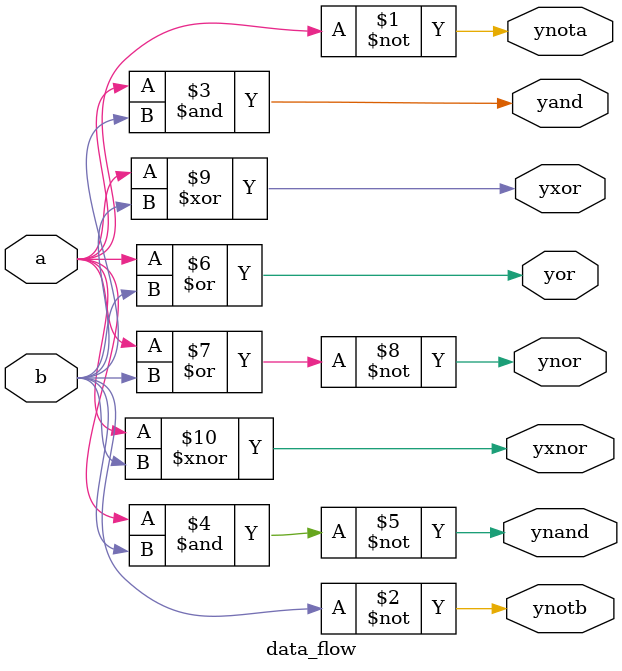
<source format=v>
module data_flow(a,b,ynota,ynotb,yand,ynand,yor,ynor,yxor,yxnor);
input a,b;
output ynota,ynotb,yand,ynand,yor,ynor,yxor,yxnor;

assign ynota=~a,
ynotb=~b,
yand=a&b,
ynand=~(a&b),
yor=a|b,
ynor=~(a|b),
yxor=a^b,
yxnor= a~^b;
endmodule


</source>
